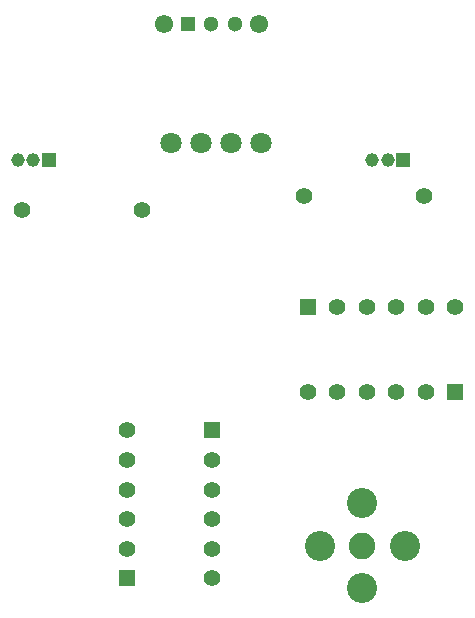
<source format=gbr>
%TF.GenerationSoftware,Altium Limited,Altium Designer,22.7.1 (60)*%
G04 Layer_Color=255*
%FSLAX45Y45*%
%MOMM*%
%TF.SameCoordinates,7EA997FE-DDDF-495E-A45D-074EEB3093BC*%
%TF.FilePolarity,Positive*%
%TF.FileFunction,Pads,Bot*%
%TF.Part,Single*%
G01*
G75*
%TA.AperFunction,ComponentPad*%
%ADD23C,1.40000*%
%ADD24C,1.80000*%
%ADD25C,1.55000*%
%ADD26C,1.30000*%
%ADD27R,1.30000X1.30000*%
%ADD28R,1.40000X1.40000*%
%ADD29R,1.40000X1.40000*%
%ADD30C,2.25000*%
%ADD31C,2.55000*%
%ADD32R,1.15000X1.15000*%
%ADD33C,1.15000*%
D23*
X5727700Y4914900D02*
D03*
X6743700D02*
D03*
X3340100Y4797949D02*
D03*
X4356100D02*
D03*
X4943691Y2680484D02*
D03*
Y2430484D02*
D03*
Y2180484D02*
D03*
Y1930484D02*
D03*
Y1680484D02*
D03*
X4221375Y1930485D02*
D03*
X4221376Y2180484D02*
D03*
Y2430484D02*
D03*
Y2680484D02*
D03*
Y2930484D02*
D03*
X6006316Y3978491D02*
D03*
X6256316D02*
D03*
X6506316D02*
D03*
X6756316Y3978490D02*
D03*
X7006316Y3978491D02*
D03*
X6756315Y3256175D02*
D03*
X6506316Y3256176D02*
D03*
X6256316Y3256175D02*
D03*
X6006316Y3256176D02*
D03*
X5756316Y3256176D02*
D03*
D24*
X4597400Y5364974D02*
D03*
X4851400Y5364974D02*
D03*
X5105400Y5364974D02*
D03*
X5359400D02*
D03*
D25*
X5340299Y6375401D02*
D03*
X4540300Y6375400D02*
D03*
D26*
X5140300Y6375400D02*
D03*
X4940300Y6375400D02*
D03*
D27*
X4740300D02*
D03*
D28*
X4943691Y2930484D02*
D03*
X4221376Y1680484D02*
D03*
D29*
X5756316Y3978491D02*
D03*
X7006316Y3256175D02*
D03*
D30*
X6216614Y1954349D02*
D03*
D31*
X5857403Y1954349D02*
D03*
X6216615Y1595138D02*
D03*
X6575826Y1954347D02*
D03*
X6216615Y2313559D02*
D03*
D32*
X3563379Y5223363D02*
D03*
X6563379D02*
D03*
D33*
X3433379Y5223363D02*
D03*
X3303379D02*
D03*
X6303380D02*
D03*
X6433379Y5223363D02*
D03*
%TF.MD5,a2356e35cb06374681122abc2c18221f*%
M02*

</source>
